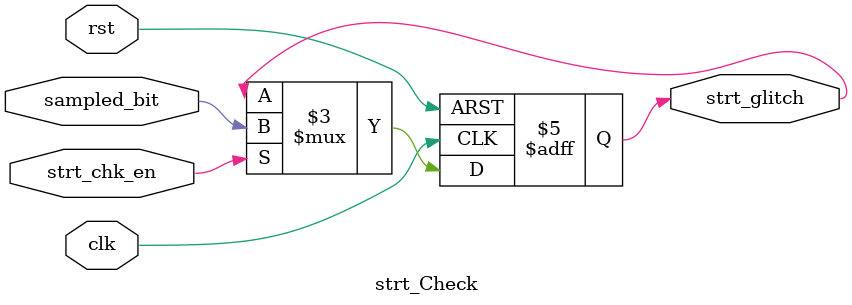
<source format=v>
module strt_Check (
    input wire strt_chk_en,
    input wire sampled_bit,
    input wire clk        ,
    input wire rst        ,
    output reg strt_glitch
);

always @(posedge clk or negedge rst ) begin
    if (!rst) begin
        strt_glitch<=1'b0;
    end
    else if (strt_chk_en) begin
        strt_glitch<=sampled_bit;
    end

end


    
endmodule
</source>
